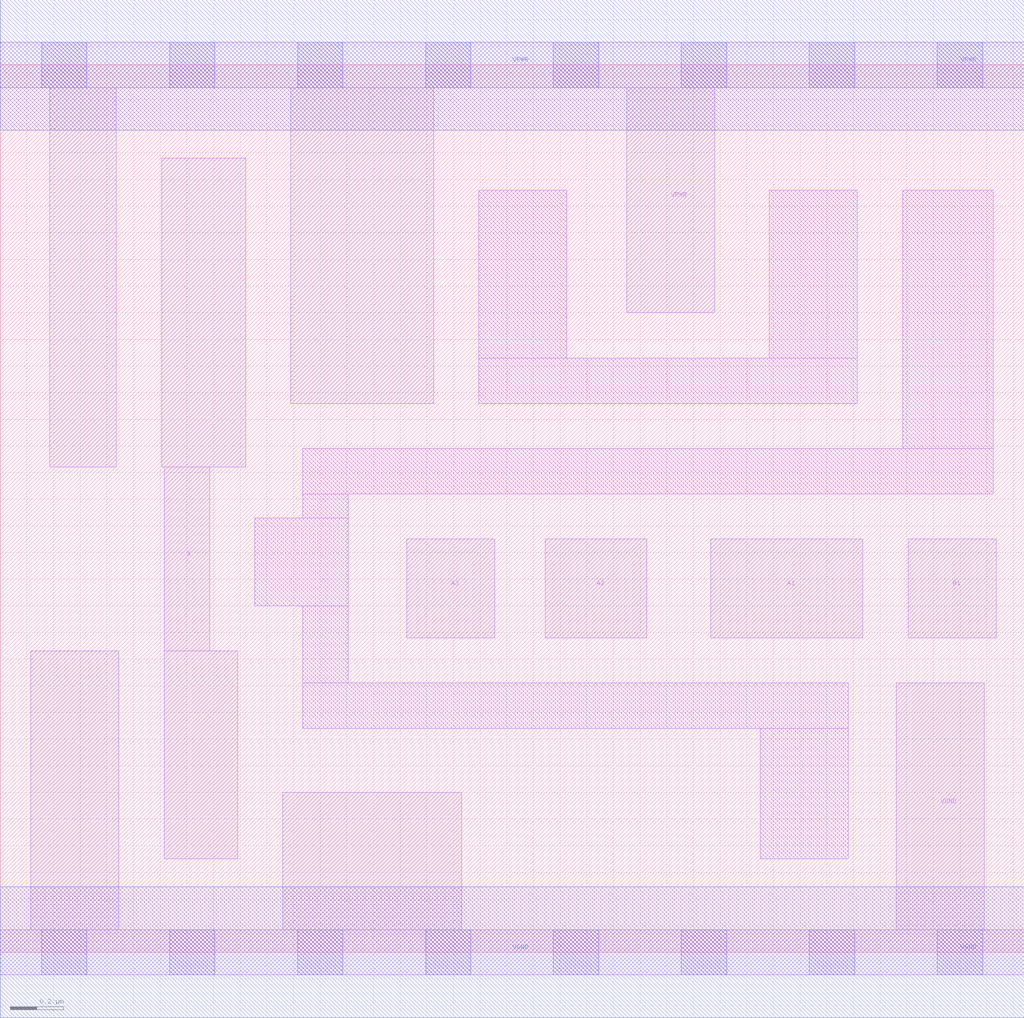
<source format=lef>
# Copyright 2020 The SkyWater PDK Authors
#
# Licensed under the Apache License, Version 2.0 (the "License");
# you may not use this file except in compliance with the License.
# You may obtain a copy of the License at
#
#     https://www.apache.org/licenses/LICENSE-2.0
#
# Unless required by applicable law or agreed to in writing, software
# distributed under the License is distributed on an "AS IS" BASIS,
# WITHOUT WARRANTIES OR CONDITIONS OF ANY KIND, either express or implied.
# See the License for the specific language governing permissions and
# limitations under the License.
#
# SPDX-License-Identifier: Apache-2.0

VERSION 5.7 ;
  NAMESCASESENSITIVE ON ;
  NOWIREEXTENSIONATPIN ON ;
  DIVIDERCHAR "/" ;
  BUSBITCHARS "[]" ;
UNITS
  DATABASE MICRONS 200 ;
END UNITS
MACRO sky130_fd_sc_ms__a31o_2
  CLASS CORE ;
  SOURCE USER ;
  FOREIGN sky130_fd_sc_ms__a31o_2 ;
  ORIGIN  0.000000  0.000000 ;
  SIZE  3.840000 BY  3.330000 ;
  SYMMETRY X Y ;
  SITE unit ;
  PIN A1
    ANTENNAGATEAREA  0.291000 ;
    DIRECTION INPUT ;
    USE SIGNAL ;
    PORT
      LAYER li1 ;
        RECT 2.665000 1.180000 3.235000 1.550000 ;
    END
  END A1
  PIN A2
    ANTENNAGATEAREA  0.291000 ;
    DIRECTION INPUT ;
    USE SIGNAL ;
    PORT
      LAYER li1 ;
        RECT 2.045000 1.180000 2.425000 1.550000 ;
    END
  END A2
  PIN A3
    ANTENNAGATEAREA  0.291000 ;
    DIRECTION INPUT ;
    USE SIGNAL ;
    PORT
      LAYER li1 ;
        RECT 1.525000 1.180000 1.855000 1.550000 ;
    END
  END A3
  PIN B1
    ANTENNAGATEAREA  0.291000 ;
    DIRECTION INPUT ;
    USE SIGNAL ;
    PORT
      LAYER li1 ;
        RECT 3.405000 1.180000 3.735000 1.550000 ;
    END
  END B1
  PIN X
    ANTENNADIFFAREA  0.509600 ;
    DIRECTION OUTPUT ;
    USE SIGNAL ;
    PORT
      LAYER li1 ;
        RECT 0.605000 1.820000 0.920000 2.980000 ;
        RECT 0.615000 0.350000 0.890000 1.130000 ;
        RECT 0.615000 1.130000 0.785000 1.820000 ;
    END
  END X
  PIN VGND
    DIRECTION INOUT ;
    USE GROUND ;
    PORT
      LAYER li1 ;
        RECT 0.000000 -0.085000 3.840000 0.085000 ;
        RECT 0.115000  0.085000 0.445000 1.130000 ;
        RECT 1.060000  0.085000 1.730000 0.600000 ;
        RECT 3.360000  0.085000 3.690000 1.010000 ;
      LAYER mcon ;
        RECT 0.155000 -0.085000 0.325000 0.085000 ;
        RECT 0.635000 -0.085000 0.805000 0.085000 ;
        RECT 1.115000 -0.085000 1.285000 0.085000 ;
        RECT 1.595000 -0.085000 1.765000 0.085000 ;
        RECT 2.075000 -0.085000 2.245000 0.085000 ;
        RECT 2.555000 -0.085000 2.725000 0.085000 ;
        RECT 3.035000 -0.085000 3.205000 0.085000 ;
        RECT 3.515000 -0.085000 3.685000 0.085000 ;
      LAYER met1 ;
        RECT 0.000000 -0.245000 3.840000 0.245000 ;
    END
  END VGND
  PIN VPWR
    DIRECTION INOUT ;
    USE POWER ;
    PORT
      LAYER li1 ;
        RECT 0.000000 3.245000 3.840000 3.415000 ;
        RECT 0.185000 1.820000 0.435000 3.245000 ;
        RECT 1.090000 2.060000 1.625000 3.245000 ;
        RECT 2.350000 2.400000 2.680000 3.245000 ;
      LAYER mcon ;
        RECT 0.155000 3.245000 0.325000 3.415000 ;
        RECT 0.635000 3.245000 0.805000 3.415000 ;
        RECT 1.115000 3.245000 1.285000 3.415000 ;
        RECT 1.595000 3.245000 1.765000 3.415000 ;
        RECT 2.075000 3.245000 2.245000 3.415000 ;
        RECT 2.555000 3.245000 2.725000 3.415000 ;
        RECT 3.035000 3.245000 3.205000 3.415000 ;
        RECT 3.515000 3.245000 3.685000 3.415000 ;
      LAYER met1 ;
        RECT 0.000000 3.085000 3.840000 3.575000 ;
    END
  END VPWR
  OBS
    LAYER li1 ;
      RECT 0.955000 1.300000 1.305000 1.630000 ;
      RECT 1.135000 0.840000 3.180000 1.010000 ;
      RECT 1.135000 1.010000 1.305000 1.300000 ;
      RECT 1.135000 1.630000 1.305000 1.720000 ;
      RECT 1.135000 1.720000 3.725000 1.890000 ;
      RECT 1.795000 2.060000 3.215000 2.230000 ;
      RECT 1.795000 2.230000 2.125000 2.860000 ;
      RECT 2.850000 0.350000 3.180000 0.840000 ;
      RECT 2.885000 2.230000 3.215000 2.860000 ;
      RECT 3.385000 1.890000 3.725000 2.860000 ;
  END
END sky130_fd_sc_ms__a31o_2

</source>
